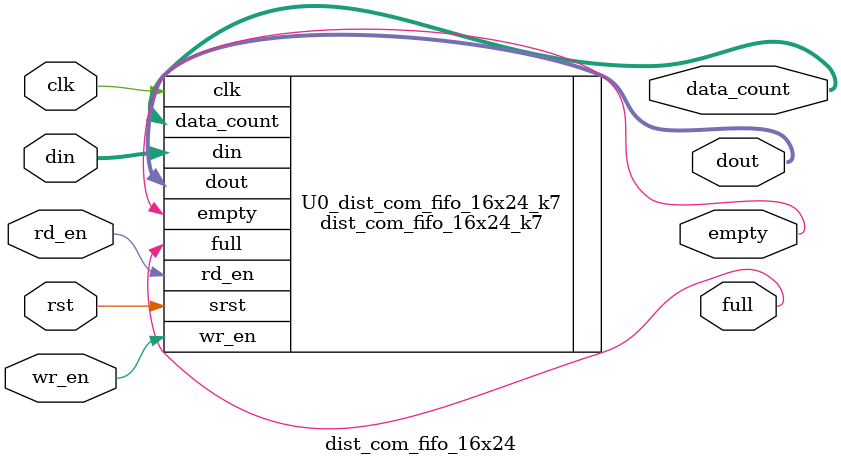
<source format=v>
`timescale 1ns/100ps

module dist_com_fifo_16x24(
input           clk  ,
input           rst  ,
input [23 : 0]  din  ,
input           wr_en,
input           rd_en,
output [23 : 0] dout ,
output          full ,
output          empty,
output [3 : 0]  data_count
);

wire [23 : 0] S_dout       ;
wire          S_full       ;
wire          S_empty      ;
wire [3 : 0]  S_data_count ;

//`ifdef Xilinx_K7      ////dist_fifo_16x24_k7_funcsim
dist_com_fifo_16x24_k7 U0_dist_com_fifo_16x24_k7(
  .clk        (clk      ),      
  .srst       (rst      ),     
  .din        (din      ),      
  .wr_en      (wr_en    ),    
  .rd_en      (rd_en    ),    
  .dout       (dout     ),     
  .full       (full     ),     
  .empty      (empty    ),    
  .data_count (data_count)
);
//`endif



endmodule
</source>
